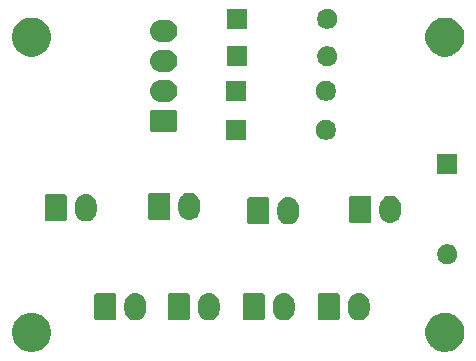
<source format=gbr>
G04 #@! TF.GenerationSoftware,KiCad,Pcbnew,(5.1.5-0-10_14)*
G04 #@! TF.CreationDate,2021-03-15T05:54:21+10:00*
G04 #@! TF.ProjectId,OH - Left Console - 31 - Landing Gear,4f48202d-204c-4656-9674-20436f6e736f,rev?*
G04 #@! TF.SameCoordinates,Original*
G04 #@! TF.FileFunction,Soldermask,Top*
G04 #@! TF.FilePolarity,Negative*
%FSLAX46Y46*%
G04 Gerber Fmt 4.6, Leading zero omitted, Abs format (unit mm)*
G04 Created by KiCad (PCBNEW (5.1.5-0-10_14)) date 2021-03-15 05:54:21*
%MOMM*%
%LPD*%
G04 APERTURE LIST*
%ADD10C,0.100000*%
G04 APERTURE END LIST*
D10*
G36*
X183683256Y-77385298D02*
G01*
X183789579Y-77406447D01*
X184090042Y-77530903D01*
X184360451Y-77711585D01*
X184590415Y-77941549D01*
X184771097Y-78211958D01*
X184895553Y-78512421D01*
X184959000Y-78831391D01*
X184959000Y-79156609D01*
X184895553Y-79475579D01*
X184771097Y-79776042D01*
X184590415Y-80046451D01*
X184360451Y-80276415D01*
X184090042Y-80457097D01*
X183789579Y-80581553D01*
X183683256Y-80602702D01*
X183470611Y-80645000D01*
X183145389Y-80645000D01*
X182932744Y-80602702D01*
X182826421Y-80581553D01*
X182525958Y-80457097D01*
X182255549Y-80276415D01*
X182025585Y-80046451D01*
X181844903Y-79776042D01*
X181720447Y-79475579D01*
X181657000Y-79156609D01*
X181657000Y-78831391D01*
X181720447Y-78512421D01*
X181844903Y-78211958D01*
X182025585Y-77941549D01*
X182255549Y-77711585D01*
X182525958Y-77530903D01*
X182826421Y-77406447D01*
X182932744Y-77385298D01*
X183145389Y-77343000D01*
X183470611Y-77343000D01*
X183683256Y-77385298D01*
G37*
G36*
X148683256Y-77385298D02*
G01*
X148789579Y-77406447D01*
X149090042Y-77530903D01*
X149360451Y-77711585D01*
X149590415Y-77941549D01*
X149771097Y-78211958D01*
X149895553Y-78512421D01*
X149959000Y-78831391D01*
X149959000Y-79156609D01*
X149895553Y-79475579D01*
X149771097Y-79776042D01*
X149590415Y-80046451D01*
X149360451Y-80276415D01*
X149090042Y-80457097D01*
X148789579Y-80581553D01*
X148683256Y-80602702D01*
X148470611Y-80645000D01*
X148145389Y-80645000D01*
X147932744Y-80602702D01*
X147826421Y-80581553D01*
X147525958Y-80457097D01*
X147255549Y-80276415D01*
X147025585Y-80046451D01*
X146844903Y-79776042D01*
X146720447Y-79475579D01*
X146657000Y-79156609D01*
X146657000Y-78831391D01*
X146720447Y-78512421D01*
X146844903Y-78211958D01*
X147025585Y-77941549D01*
X147255549Y-77711585D01*
X147525958Y-77530903D01*
X147826421Y-77406447D01*
X147932744Y-77385298D01*
X148145389Y-77343000D01*
X148470611Y-77343000D01*
X148683256Y-77385298D01*
G37*
G36*
X169852547Y-75697326D02*
G01*
X170026156Y-75749990D01*
X170026158Y-75749991D01*
X170186155Y-75835511D01*
X170326397Y-75950603D01*
X170405729Y-76047271D01*
X170441489Y-76090844D01*
X170527010Y-76250843D01*
X170579674Y-76424452D01*
X170593000Y-76559756D01*
X170593000Y-77110243D01*
X170579674Y-77245548D01*
X170527010Y-77419157D01*
X170441489Y-77579156D01*
X170405729Y-77622729D01*
X170326397Y-77719397D01*
X170229729Y-77798729D01*
X170186156Y-77834489D01*
X170026157Y-77920010D01*
X169852548Y-77972674D01*
X169672000Y-77990456D01*
X169491453Y-77972674D01*
X169317844Y-77920010D01*
X169157845Y-77834489D01*
X169114272Y-77798729D01*
X169017604Y-77719397D01*
X168902513Y-77579157D01*
X168902512Y-77579155D01*
X168816990Y-77419157D01*
X168764326Y-77245548D01*
X168751000Y-77110244D01*
X168751000Y-76559757D01*
X168764326Y-76424453D01*
X168816990Y-76250844D01*
X168902511Y-76090845D01*
X168902512Y-76090844D01*
X169017603Y-75950603D01*
X169143388Y-75847375D01*
X169157844Y-75835511D01*
X169317843Y-75749990D01*
X169491452Y-75697326D01*
X169672000Y-75679544D01*
X169852547Y-75697326D01*
G37*
G36*
X176202547Y-75697326D02*
G01*
X176376156Y-75749990D01*
X176376158Y-75749991D01*
X176536155Y-75835511D01*
X176676397Y-75950603D01*
X176755729Y-76047271D01*
X176791489Y-76090844D01*
X176877010Y-76250843D01*
X176929674Y-76424452D01*
X176943000Y-76559756D01*
X176943000Y-77110243D01*
X176929674Y-77245548D01*
X176877010Y-77419157D01*
X176791489Y-77579156D01*
X176755729Y-77622729D01*
X176676397Y-77719397D01*
X176579729Y-77798729D01*
X176536156Y-77834489D01*
X176376157Y-77920010D01*
X176202548Y-77972674D01*
X176022000Y-77990456D01*
X175841453Y-77972674D01*
X175667844Y-77920010D01*
X175507845Y-77834489D01*
X175464272Y-77798729D01*
X175367604Y-77719397D01*
X175252513Y-77579157D01*
X175252512Y-77579155D01*
X175166990Y-77419157D01*
X175114326Y-77245548D01*
X175101000Y-77110244D01*
X175101000Y-76559757D01*
X175114326Y-76424453D01*
X175166990Y-76250844D01*
X175252511Y-76090845D01*
X175252512Y-76090844D01*
X175367603Y-75950603D01*
X175493388Y-75847375D01*
X175507844Y-75835511D01*
X175667843Y-75749990D01*
X175841452Y-75697326D01*
X176022000Y-75679544D01*
X176202547Y-75697326D01*
G37*
G36*
X163502547Y-75697326D02*
G01*
X163676156Y-75749990D01*
X163676158Y-75749991D01*
X163836155Y-75835511D01*
X163976397Y-75950603D01*
X164055729Y-76047271D01*
X164091489Y-76090844D01*
X164177010Y-76250843D01*
X164229674Y-76424452D01*
X164243000Y-76559756D01*
X164243000Y-77110243D01*
X164229674Y-77245548D01*
X164177010Y-77419157D01*
X164091489Y-77579156D01*
X164055729Y-77622729D01*
X163976397Y-77719397D01*
X163879729Y-77798729D01*
X163836156Y-77834489D01*
X163676157Y-77920010D01*
X163502548Y-77972674D01*
X163322000Y-77990456D01*
X163141453Y-77972674D01*
X162967844Y-77920010D01*
X162807845Y-77834489D01*
X162764272Y-77798729D01*
X162667604Y-77719397D01*
X162552513Y-77579157D01*
X162552512Y-77579155D01*
X162466990Y-77419157D01*
X162414326Y-77245548D01*
X162401000Y-77110244D01*
X162401000Y-76559757D01*
X162414326Y-76424453D01*
X162466990Y-76250844D01*
X162552511Y-76090845D01*
X162552512Y-76090844D01*
X162667603Y-75950603D01*
X162793388Y-75847375D01*
X162807844Y-75835511D01*
X162967843Y-75749990D01*
X163141452Y-75697326D01*
X163322000Y-75679544D01*
X163502547Y-75697326D01*
G37*
G36*
X157279547Y-75697326D02*
G01*
X157453156Y-75749990D01*
X157453158Y-75749991D01*
X157613155Y-75835511D01*
X157753397Y-75950603D01*
X157832729Y-76047271D01*
X157868489Y-76090844D01*
X157954010Y-76250843D01*
X158006674Y-76424452D01*
X158020000Y-76559756D01*
X158020000Y-77110243D01*
X158006674Y-77245548D01*
X157954010Y-77419157D01*
X157868489Y-77579156D01*
X157832729Y-77622729D01*
X157753397Y-77719397D01*
X157656729Y-77798729D01*
X157613156Y-77834489D01*
X157453157Y-77920010D01*
X157279548Y-77972674D01*
X157099000Y-77990456D01*
X156918453Y-77972674D01*
X156744844Y-77920010D01*
X156584845Y-77834489D01*
X156541272Y-77798729D01*
X156444604Y-77719397D01*
X156329513Y-77579157D01*
X156329512Y-77579155D01*
X156243990Y-77419157D01*
X156191326Y-77245548D01*
X156178000Y-77110244D01*
X156178000Y-76559757D01*
X156191326Y-76424453D01*
X156243990Y-76250844D01*
X156329511Y-76090845D01*
X156329512Y-76090844D01*
X156444603Y-75950603D01*
X156570388Y-75847375D01*
X156584844Y-75835511D01*
X156744843Y-75749990D01*
X156918452Y-75697326D01*
X157099000Y-75679544D01*
X157279547Y-75697326D01*
G37*
G36*
X155338561Y-75687966D02*
G01*
X155371383Y-75697923D01*
X155401632Y-75714092D01*
X155428148Y-75735852D01*
X155449908Y-75762368D01*
X155466077Y-75792617D01*
X155476034Y-75825439D01*
X155480000Y-75865713D01*
X155480000Y-77804287D01*
X155476034Y-77844561D01*
X155466077Y-77877383D01*
X155449908Y-77907632D01*
X155428148Y-77934148D01*
X155401632Y-77955908D01*
X155371383Y-77972077D01*
X155338561Y-77982034D01*
X155298287Y-77986000D01*
X153819713Y-77986000D01*
X153779439Y-77982034D01*
X153746617Y-77972077D01*
X153716368Y-77955908D01*
X153689852Y-77934148D01*
X153668092Y-77907632D01*
X153651923Y-77877383D01*
X153641966Y-77844561D01*
X153638000Y-77804287D01*
X153638000Y-75865713D01*
X153641966Y-75825439D01*
X153651923Y-75792617D01*
X153668092Y-75762368D01*
X153689852Y-75735852D01*
X153716368Y-75714092D01*
X153746617Y-75697923D01*
X153779439Y-75687966D01*
X153819713Y-75684000D01*
X155298287Y-75684000D01*
X155338561Y-75687966D01*
G37*
G36*
X167911561Y-75687966D02*
G01*
X167944383Y-75697923D01*
X167974632Y-75714092D01*
X168001148Y-75735852D01*
X168022908Y-75762368D01*
X168039077Y-75792617D01*
X168049034Y-75825439D01*
X168053000Y-75865713D01*
X168053000Y-77804287D01*
X168049034Y-77844561D01*
X168039077Y-77877383D01*
X168022908Y-77907632D01*
X168001148Y-77934148D01*
X167974632Y-77955908D01*
X167944383Y-77972077D01*
X167911561Y-77982034D01*
X167871287Y-77986000D01*
X166392713Y-77986000D01*
X166352439Y-77982034D01*
X166319617Y-77972077D01*
X166289368Y-77955908D01*
X166262852Y-77934148D01*
X166241092Y-77907632D01*
X166224923Y-77877383D01*
X166214966Y-77844561D01*
X166211000Y-77804287D01*
X166211000Y-75865713D01*
X166214966Y-75825439D01*
X166224923Y-75792617D01*
X166241092Y-75762368D01*
X166262852Y-75735852D01*
X166289368Y-75714092D01*
X166319617Y-75697923D01*
X166352439Y-75687966D01*
X166392713Y-75684000D01*
X167871287Y-75684000D01*
X167911561Y-75687966D01*
G37*
G36*
X161561561Y-75687966D02*
G01*
X161594383Y-75697923D01*
X161624632Y-75714092D01*
X161651148Y-75735852D01*
X161672908Y-75762368D01*
X161689077Y-75792617D01*
X161699034Y-75825439D01*
X161703000Y-75865713D01*
X161703000Y-77804287D01*
X161699034Y-77844561D01*
X161689077Y-77877383D01*
X161672908Y-77907632D01*
X161651148Y-77934148D01*
X161624632Y-77955908D01*
X161594383Y-77972077D01*
X161561561Y-77982034D01*
X161521287Y-77986000D01*
X160042713Y-77986000D01*
X160002439Y-77982034D01*
X159969617Y-77972077D01*
X159939368Y-77955908D01*
X159912852Y-77934148D01*
X159891092Y-77907632D01*
X159874923Y-77877383D01*
X159864966Y-77844561D01*
X159861000Y-77804287D01*
X159861000Y-75865713D01*
X159864966Y-75825439D01*
X159874923Y-75792617D01*
X159891092Y-75762368D01*
X159912852Y-75735852D01*
X159939368Y-75714092D01*
X159969617Y-75697923D01*
X160002439Y-75687966D01*
X160042713Y-75684000D01*
X161521287Y-75684000D01*
X161561561Y-75687966D01*
G37*
G36*
X174261561Y-75687966D02*
G01*
X174294383Y-75697923D01*
X174324632Y-75714092D01*
X174351148Y-75735852D01*
X174372908Y-75762368D01*
X174389077Y-75792617D01*
X174399034Y-75825439D01*
X174403000Y-75865713D01*
X174403000Y-77804287D01*
X174399034Y-77844561D01*
X174389077Y-77877383D01*
X174372908Y-77907632D01*
X174351148Y-77934148D01*
X174324632Y-77955908D01*
X174294383Y-77972077D01*
X174261561Y-77982034D01*
X174221287Y-77986000D01*
X172742713Y-77986000D01*
X172702439Y-77982034D01*
X172669617Y-77972077D01*
X172639368Y-77955908D01*
X172612852Y-77934148D01*
X172591092Y-77907632D01*
X172574923Y-77877383D01*
X172564966Y-77844561D01*
X172561000Y-77804287D01*
X172561000Y-75865713D01*
X172564966Y-75825439D01*
X172574923Y-75792617D01*
X172591092Y-75762368D01*
X172612852Y-75735852D01*
X172639368Y-75714092D01*
X172669617Y-75697923D01*
X172702439Y-75687966D01*
X172742713Y-75684000D01*
X174221287Y-75684000D01*
X174261561Y-75687966D01*
G37*
G36*
X183763228Y-71571703D02*
G01*
X183918100Y-71635853D01*
X184057481Y-71728985D01*
X184176015Y-71847519D01*
X184269147Y-71986900D01*
X184333297Y-72141772D01*
X184366000Y-72306184D01*
X184366000Y-72473816D01*
X184333297Y-72638228D01*
X184269147Y-72793100D01*
X184176015Y-72932481D01*
X184057481Y-73051015D01*
X183918100Y-73144147D01*
X183763228Y-73208297D01*
X183598816Y-73241000D01*
X183431184Y-73241000D01*
X183266772Y-73208297D01*
X183111900Y-73144147D01*
X182972519Y-73051015D01*
X182853985Y-72932481D01*
X182760853Y-72793100D01*
X182696703Y-72638228D01*
X182664000Y-72473816D01*
X182664000Y-72306184D01*
X182696703Y-72141772D01*
X182760853Y-71986900D01*
X182853985Y-71847519D01*
X182972519Y-71728985D01*
X183111900Y-71635853D01*
X183266772Y-71571703D01*
X183431184Y-71539000D01*
X183598816Y-71539000D01*
X183763228Y-71571703D01*
G37*
G36*
X170233547Y-67569326D02*
G01*
X170407156Y-67621990D01*
X170407158Y-67621991D01*
X170567155Y-67707511D01*
X170707397Y-67822603D01*
X170745345Y-67868844D01*
X170822489Y-67962844D01*
X170908010Y-68122843D01*
X170960674Y-68296452D01*
X170974000Y-68431756D01*
X170974000Y-68982243D01*
X170960674Y-69117548D01*
X170908010Y-69291157D01*
X170822489Y-69451156D01*
X170805452Y-69471915D01*
X170707397Y-69591397D01*
X170631741Y-69653485D01*
X170567156Y-69706489D01*
X170407157Y-69792010D01*
X170233548Y-69844674D01*
X170053000Y-69862456D01*
X169872453Y-69844674D01*
X169698844Y-69792010D01*
X169538845Y-69706489D01*
X169474260Y-69653485D01*
X169398604Y-69591397D01*
X169283513Y-69451157D01*
X169283512Y-69451155D01*
X169197990Y-69291157D01*
X169145326Y-69117548D01*
X169132818Y-68990546D01*
X169132000Y-68982245D01*
X169132000Y-68431756D01*
X169144508Y-68304756D01*
X169145326Y-68296453D01*
X169197990Y-68122844D01*
X169283511Y-67962845D01*
X169283512Y-67962844D01*
X169398603Y-67822603D01*
X169495271Y-67743271D01*
X169538844Y-67707511D01*
X169698843Y-67621990D01*
X169872452Y-67569326D01*
X170053000Y-67551544D01*
X170233547Y-67569326D01*
G37*
G36*
X168292561Y-67559966D02*
G01*
X168325383Y-67569923D01*
X168355632Y-67586092D01*
X168382148Y-67607852D01*
X168403908Y-67634368D01*
X168420077Y-67664617D01*
X168430034Y-67697439D01*
X168434000Y-67737713D01*
X168434000Y-69676287D01*
X168430034Y-69716561D01*
X168420077Y-69749383D01*
X168403908Y-69779632D01*
X168382148Y-69806148D01*
X168355632Y-69827908D01*
X168325383Y-69844077D01*
X168292561Y-69854034D01*
X168252287Y-69858000D01*
X166773713Y-69858000D01*
X166733439Y-69854034D01*
X166700617Y-69844077D01*
X166670368Y-69827908D01*
X166643852Y-69806148D01*
X166622092Y-69779632D01*
X166605923Y-69749383D01*
X166595966Y-69716561D01*
X166592000Y-69676287D01*
X166592000Y-67737713D01*
X166595966Y-67697439D01*
X166605923Y-67664617D01*
X166622092Y-67634368D01*
X166643852Y-67607852D01*
X166670368Y-67586092D01*
X166700617Y-67569923D01*
X166733439Y-67559966D01*
X166773713Y-67556000D01*
X168252287Y-67556000D01*
X168292561Y-67559966D01*
G37*
G36*
X178869547Y-67442326D02*
G01*
X179043156Y-67494990D01*
X179043158Y-67494991D01*
X179203155Y-67580511D01*
X179343397Y-67695603D01*
X179381345Y-67741844D01*
X179458489Y-67835844D01*
X179544010Y-67995843D01*
X179596674Y-68169452D01*
X179596674Y-68169454D01*
X179609183Y-68296455D01*
X179610000Y-68304756D01*
X179610000Y-68855243D01*
X179596674Y-68990548D01*
X179544010Y-69164157D01*
X179458489Y-69324156D01*
X179429581Y-69359380D01*
X179343397Y-69464397D01*
X179267741Y-69526485D01*
X179203156Y-69579489D01*
X179043157Y-69665010D01*
X178869548Y-69717674D01*
X178689000Y-69735456D01*
X178508453Y-69717674D01*
X178334844Y-69665010D01*
X178174845Y-69579489D01*
X178110260Y-69526485D01*
X178034604Y-69464397D01*
X177919513Y-69324157D01*
X177919512Y-69324155D01*
X177833990Y-69164157D01*
X177781326Y-68990548D01*
X177768818Y-68863546D01*
X177768000Y-68855245D01*
X177768000Y-68304756D01*
X177780508Y-68177756D01*
X177781326Y-68169453D01*
X177833990Y-67995844D01*
X177919511Y-67835845D01*
X177919512Y-67835844D01*
X178034603Y-67695603D01*
X178141529Y-67607852D01*
X178174844Y-67580511D01*
X178334843Y-67494990D01*
X178508452Y-67442326D01*
X178689000Y-67424544D01*
X178869547Y-67442326D01*
G37*
G36*
X176928561Y-67432966D02*
G01*
X176961383Y-67442923D01*
X176991632Y-67459092D01*
X177018148Y-67480852D01*
X177039908Y-67507368D01*
X177056077Y-67537617D01*
X177066034Y-67570439D01*
X177070000Y-67610713D01*
X177070000Y-69549287D01*
X177066034Y-69589561D01*
X177056077Y-69622383D01*
X177039908Y-69652632D01*
X177018148Y-69679148D01*
X176991632Y-69700908D01*
X176961383Y-69717077D01*
X176928561Y-69727034D01*
X176888287Y-69731000D01*
X175409713Y-69731000D01*
X175369439Y-69727034D01*
X175336617Y-69717077D01*
X175306368Y-69700908D01*
X175279852Y-69679148D01*
X175258092Y-69652632D01*
X175241923Y-69622383D01*
X175231966Y-69589561D01*
X175228000Y-69549287D01*
X175228000Y-67610713D01*
X175231966Y-67570439D01*
X175241923Y-67537617D01*
X175258092Y-67507368D01*
X175279852Y-67480852D01*
X175306368Y-67459092D01*
X175336617Y-67442923D01*
X175369439Y-67432966D01*
X175409713Y-67429000D01*
X176888287Y-67429000D01*
X176928561Y-67432966D01*
G37*
G36*
X153088547Y-67315326D02*
G01*
X153262156Y-67367990D01*
X153262158Y-67367991D01*
X153422155Y-67453511D01*
X153562397Y-67568603D01*
X153615668Y-67633515D01*
X153677489Y-67708844D01*
X153763010Y-67868843D01*
X153815674Y-68042452D01*
X153815674Y-68042454D01*
X153828183Y-68169455D01*
X153829000Y-68177756D01*
X153829000Y-68728243D01*
X153815674Y-68863548D01*
X153763010Y-69037157D01*
X153677489Y-69197156D01*
X153641729Y-69240729D01*
X153562397Y-69337397D01*
X153486741Y-69399485D01*
X153422156Y-69452489D01*
X153262157Y-69538010D01*
X153088548Y-69590674D01*
X152908000Y-69608456D01*
X152727453Y-69590674D01*
X152553844Y-69538010D01*
X152393845Y-69452489D01*
X152329260Y-69399485D01*
X152253604Y-69337397D01*
X152138513Y-69197157D01*
X152138512Y-69197155D01*
X152052990Y-69037157D01*
X152000326Y-68863548D01*
X151987818Y-68736546D01*
X151987000Y-68728245D01*
X151987000Y-68177756D01*
X151999508Y-68050756D01*
X152000326Y-68042453D01*
X152052990Y-67868844D01*
X152138511Y-67708845D01*
X152147872Y-67697439D01*
X152253603Y-67568603D01*
X152360529Y-67480852D01*
X152393844Y-67453511D01*
X152553843Y-67367990D01*
X152727452Y-67315326D01*
X152908000Y-67297544D01*
X153088547Y-67315326D01*
G37*
G36*
X151147561Y-67305966D02*
G01*
X151180383Y-67315923D01*
X151210632Y-67332092D01*
X151237148Y-67353852D01*
X151258908Y-67380368D01*
X151275077Y-67410617D01*
X151285034Y-67443439D01*
X151289000Y-67483713D01*
X151289000Y-69422287D01*
X151285034Y-69462561D01*
X151275077Y-69495383D01*
X151258908Y-69525632D01*
X151237148Y-69552148D01*
X151210632Y-69573908D01*
X151180383Y-69590077D01*
X151147561Y-69600034D01*
X151107287Y-69604000D01*
X149628713Y-69604000D01*
X149588439Y-69600034D01*
X149555617Y-69590077D01*
X149525368Y-69573908D01*
X149498852Y-69552148D01*
X149477092Y-69525632D01*
X149460923Y-69495383D01*
X149450966Y-69462561D01*
X149447000Y-69422287D01*
X149447000Y-67483713D01*
X149450966Y-67443439D01*
X149460923Y-67410617D01*
X149477092Y-67380368D01*
X149498852Y-67353852D01*
X149525368Y-67332092D01*
X149555617Y-67315923D01*
X149588439Y-67305966D01*
X149628713Y-67302000D01*
X151107287Y-67302000D01*
X151147561Y-67305966D01*
G37*
G36*
X161851547Y-67188326D02*
G01*
X162025156Y-67240990D01*
X162025158Y-67240991D01*
X162185155Y-67326511D01*
X162325397Y-67441603D01*
X162378668Y-67506515D01*
X162440489Y-67581844D01*
X162501294Y-67695603D01*
X162523803Y-67737713D01*
X162526010Y-67741843D01*
X162578674Y-67915452D01*
X162578674Y-67915454D01*
X162591183Y-68042455D01*
X162592000Y-68050756D01*
X162592000Y-68601243D01*
X162578674Y-68736548D01*
X162526010Y-68910157D01*
X162440489Y-69070156D01*
X162404729Y-69113729D01*
X162325397Y-69210397D01*
X162228729Y-69289729D01*
X162185156Y-69325489D01*
X162025157Y-69411010D01*
X161851548Y-69463674D01*
X161671000Y-69481456D01*
X161490453Y-69463674D01*
X161316844Y-69411010D01*
X161156845Y-69325489D01*
X161113272Y-69289729D01*
X161016604Y-69210397D01*
X160901513Y-69070157D01*
X160901512Y-69070155D01*
X160815990Y-68910157D01*
X160763326Y-68736548D01*
X160750000Y-68601244D01*
X160750000Y-68050757D01*
X160763326Y-67915453D01*
X160815990Y-67741844D01*
X160901511Y-67581845D01*
X160911785Y-67569326D01*
X161016603Y-67441603D01*
X161123529Y-67353852D01*
X161156844Y-67326511D01*
X161316843Y-67240990D01*
X161490452Y-67188326D01*
X161671000Y-67170544D01*
X161851547Y-67188326D01*
G37*
G36*
X159910561Y-67178966D02*
G01*
X159943383Y-67188923D01*
X159973632Y-67205092D01*
X160000148Y-67226852D01*
X160021908Y-67253368D01*
X160038077Y-67283617D01*
X160048034Y-67316439D01*
X160052000Y-67356713D01*
X160052000Y-69295287D01*
X160048034Y-69335561D01*
X160038077Y-69368383D01*
X160021908Y-69398632D01*
X160000148Y-69425148D01*
X159973632Y-69446908D01*
X159943383Y-69463077D01*
X159910561Y-69473034D01*
X159870287Y-69477000D01*
X158391713Y-69477000D01*
X158351439Y-69473034D01*
X158318617Y-69463077D01*
X158288368Y-69446908D01*
X158261852Y-69425148D01*
X158240092Y-69398632D01*
X158223923Y-69368383D01*
X158213966Y-69335561D01*
X158210000Y-69295287D01*
X158210000Y-67356713D01*
X158213966Y-67316439D01*
X158223923Y-67283617D01*
X158240092Y-67253368D01*
X158261852Y-67226852D01*
X158288368Y-67205092D01*
X158318617Y-67188923D01*
X158351439Y-67178966D01*
X158391713Y-67175000D01*
X159870287Y-67175000D01*
X159910561Y-67178966D01*
G37*
G36*
X184366000Y-65621000D02*
G01*
X182664000Y-65621000D01*
X182664000Y-63919000D01*
X184366000Y-63919000D01*
X184366000Y-65621000D01*
G37*
G36*
X166459000Y-62700000D02*
G01*
X164757000Y-62700000D01*
X164757000Y-60998000D01*
X166459000Y-60998000D01*
X166459000Y-62700000D01*
G37*
G36*
X173476228Y-61030703D02*
G01*
X173631100Y-61094853D01*
X173770481Y-61187985D01*
X173889015Y-61306519D01*
X173982147Y-61445900D01*
X174046297Y-61600772D01*
X174079000Y-61765184D01*
X174079000Y-61932816D01*
X174046297Y-62097228D01*
X173982147Y-62252100D01*
X173889015Y-62391481D01*
X173770481Y-62510015D01*
X173631100Y-62603147D01*
X173476228Y-62667297D01*
X173311816Y-62700000D01*
X173144184Y-62700000D01*
X172979772Y-62667297D01*
X172824900Y-62603147D01*
X172685519Y-62510015D01*
X172566985Y-62391481D01*
X172473853Y-62252100D01*
X172409703Y-62097228D01*
X172377000Y-61932816D01*
X172377000Y-61765184D01*
X172409703Y-61600772D01*
X172473853Y-61445900D01*
X172566985Y-61306519D01*
X172685519Y-61187985D01*
X172824900Y-61094853D01*
X172979772Y-61030703D01*
X173144184Y-60998000D01*
X173311816Y-60998000D01*
X173476228Y-61030703D01*
G37*
G36*
X160521561Y-60169966D02*
G01*
X160554383Y-60179923D01*
X160584632Y-60196092D01*
X160611148Y-60217852D01*
X160632908Y-60244368D01*
X160649077Y-60274617D01*
X160659034Y-60307439D01*
X160663000Y-60347713D01*
X160663000Y-61826287D01*
X160659034Y-61866561D01*
X160649077Y-61899383D01*
X160632908Y-61929632D01*
X160611148Y-61956148D01*
X160584632Y-61977908D01*
X160554383Y-61994077D01*
X160521561Y-62004034D01*
X160481287Y-62008000D01*
X158542713Y-62008000D01*
X158502439Y-62004034D01*
X158469617Y-61994077D01*
X158439368Y-61977908D01*
X158412852Y-61956148D01*
X158391092Y-61929632D01*
X158374923Y-61899383D01*
X158364966Y-61866561D01*
X158361000Y-61826287D01*
X158361000Y-60347713D01*
X158364966Y-60307439D01*
X158374923Y-60274617D01*
X158391092Y-60244368D01*
X158412852Y-60217852D01*
X158439368Y-60196092D01*
X158469617Y-60179923D01*
X158502439Y-60169966D01*
X158542713Y-60166000D01*
X160481287Y-60166000D01*
X160521561Y-60169966D01*
G37*
G36*
X159832345Y-57630442D02*
G01*
X159922548Y-57639326D01*
X160096157Y-57691990D01*
X160256156Y-57777511D01*
X160274850Y-57792853D01*
X160396397Y-57892603D01*
X160475729Y-57989271D01*
X160511489Y-58032844D01*
X160597010Y-58192843D01*
X160649674Y-58366452D01*
X160667456Y-58547000D01*
X160649674Y-58727548D01*
X160597010Y-58901157D01*
X160511489Y-59061156D01*
X160488244Y-59089480D01*
X160396397Y-59201397D01*
X160299729Y-59280729D01*
X160256156Y-59316489D01*
X160096157Y-59402010D01*
X159922548Y-59454674D01*
X159832345Y-59463558D01*
X159787245Y-59468000D01*
X159236755Y-59468000D01*
X159191655Y-59463558D01*
X159101452Y-59454674D01*
X158927843Y-59402010D01*
X158767844Y-59316489D01*
X158724271Y-59280729D01*
X158627603Y-59201397D01*
X158535756Y-59089480D01*
X158512511Y-59061156D01*
X158426990Y-58901157D01*
X158374326Y-58727548D01*
X158356544Y-58547000D01*
X158374326Y-58366452D01*
X158426990Y-58192843D01*
X158512511Y-58032844D01*
X158548271Y-57989271D01*
X158627603Y-57892603D01*
X158749150Y-57792853D01*
X158767844Y-57777511D01*
X158927843Y-57691990D01*
X159101452Y-57639326D01*
X159191655Y-57630442D01*
X159236755Y-57626000D01*
X159787245Y-57626000D01*
X159832345Y-57630442D01*
G37*
G36*
X173476228Y-57728703D02*
G01*
X173631100Y-57792853D01*
X173770481Y-57885985D01*
X173889015Y-58004519D01*
X173982147Y-58143900D01*
X174046297Y-58298772D01*
X174079000Y-58463184D01*
X174079000Y-58630816D01*
X174046297Y-58795228D01*
X173982147Y-58950100D01*
X173889015Y-59089481D01*
X173770481Y-59208015D01*
X173631100Y-59301147D01*
X173476228Y-59365297D01*
X173311816Y-59398000D01*
X173144184Y-59398000D01*
X172979772Y-59365297D01*
X172824900Y-59301147D01*
X172685519Y-59208015D01*
X172566985Y-59089481D01*
X172473853Y-58950100D01*
X172409703Y-58795228D01*
X172377000Y-58630816D01*
X172377000Y-58463184D01*
X172409703Y-58298772D01*
X172473853Y-58143900D01*
X172566985Y-58004519D01*
X172685519Y-57885985D01*
X172824900Y-57792853D01*
X172979772Y-57728703D01*
X173144184Y-57696000D01*
X173311816Y-57696000D01*
X173476228Y-57728703D01*
G37*
G36*
X166459000Y-59398000D02*
G01*
X164757000Y-59398000D01*
X164757000Y-57696000D01*
X166459000Y-57696000D01*
X166459000Y-59398000D01*
G37*
G36*
X159832345Y-55090442D02*
G01*
X159922548Y-55099326D01*
X160096157Y-55151990D01*
X160256156Y-55237511D01*
X160299729Y-55273271D01*
X160396397Y-55352603D01*
X160475729Y-55449271D01*
X160511489Y-55492844D01*
X160597010Y-55652843D01*
X160649674Y-55826452D01*
X160667456Y-56007000D01*
X160649674Y-56187548D01*
X160597010Y-56361157D01*
X160511489Y-56521156D01*
X160475729Y-56564729D01*
X160396397Y-56661397D01*
X160299729Y-56740729D01*
X160256156Y-56776489D01*
X160096157Y-56862010D01*
X159922548Y-56914674D01*
X159832345Y-56923558D01*
X159787245Y-56928000D01*
X159236755Y-56928000D01*
X159191655Y-56923558D01*
X159101452Y-56914674D01*
X158927843Y-56862010D01*
X158767844Y-56776489D01*
X158724271Y-56740729D01*
X158627603Y-56661397D01*
X158548271Y-56564729D01*
X158512511Y-56521156D01*
X158426990Y-56361157D01*
X158374326Y-56187548D01*
X158356544Y-56007000D01*
X158374326Y-55826452D01*
X158426990Y-55652843D01*
X158512511Y-55492844D01*
X158548271Y-55449271D01*
X158627603Y-55352603D01*
X158724271Y-55273271D01*
X158767844Y-55237511D01*
X158927843Y-55151990D01*
X159101452Y-55099326D01*
X159191655Y-55090442D01*
X159236755Y-55086000D01*
X159787245Y-55086000D01*
X159832345Y-55090442D01*
G37*
G36*
X173603228Y-54807703D02*
G01*
X173758100Y-54871853D01*
X173897481Y-54964985D01*
X174016015Y-55083519D01*
X174109147Y-55222900D01*
X174173297Y-55377772D01*
X174206000Y-55542184D01*
X174206000Y-55709816D01*
X174173297Y-55874228D01*
X174109147Y-56029100D01*
X174016015Y-56168481D01*
X173897481Y-56287015D01*
X173758100Y-56380147D01*
X173603228Y-56444297D01*
X173438816Y-56477000D01*
X173271184Y-56477000D01*
X173106772Y-56444297D01*
X172951900Y-56380147D01*
X172812519Y-56287015D01*
X172693985Y-56168481D01*
X172600853Y-56029100D01*
X172536703Y-55874228D01*
X172504000Y-55709816D01*
X172504000Y-55542184D01*
X172536703Y-55377772D01*
X172600853Y-55222900D01*
X172693985Y-55083519D01*
X172812519Y-54964985D01*
X172951900Y-54871853D01*
X173106772Y-54807703D01*
X173271184Y-54775000D01*
X173438816Y-54775000D01*
X173603228Y-54807703D01*
G37*
G36*
X166586000Y-56477000D02*
G01*
X164884000Y-56477000D01*
X164884000Y-54775000D01*
X166586000Y-54775000D01*
X166586000Y-56477000D01*
G37*
G36*
X148683256Y-52385298D02*
G01*
X148789579Y-52406447D01*
X149090042Y-52530903D01*
X149360451Y-52711585D01*
X149590415Y-52941549D01*
X149771097Y-53211958D01*
X149771098Y-53211960D01*
X149895553Y-53512422D01*
X149956965Y-53821157D01*
X149959000Y-53831391D01*
X149959000Y-54156609D01*
X149895553Y-54475579D01*
X149771097Y-54776042D01*
X149590415Y-55046451D01*
X149360451Y-55276415D01*
X149090042Y-55457097D01*
X148789579Y-55581553D01*
X148683256Y-55602702D01*
X148470611Y-55645000D01*
X148145389Y-55645000D01*
X147932744Y-55602702D01*
X147826421Y-55581553D01*
X147525958Y-55457097D01*
X147255549Y-55276415D01*
X147025585Y-55046451D01*
X146844903Y-54776042D01*
X146720447Y-54475579D01*
X146657000Y-54156609D01*
X146657000Y-53831391D01*
X146659036Y-53821157D01*
X146720447Y-53512422D01*
X146844902Y-53211960D01*
X146844903Y-53211958D01*
X147025585Y-52941549D01*
X147255549Y-52711585D01*
X147525958Y-52530903D01*
X147826421Y-52406447D01*
X147932744Y-52385298D01*
X148145389Y-52343000D01*
X148470611Y-52343000D01*
X148683256Y-52385298D01*
G37*
G36*
X183683256Y-52385298D02*
G01*
X183789579Y-52406447D01*
X184090042Y-52530903D01*
X184360451Y-52711585D01*
X184590415Y-52941549D01*
X184771097Y-53211958D01*
X184771098Y-53211960D01*
X184895553Y-53512422D01*
X184956965Y-53821157D01*
X184959000Y-53831391D01*
X184959000Y-54156609D01*
X184895553Y-54475579D01*
X184771097Y-54776042D01*
X184590415Y-55046451D01*
X184360451Y-55276415D01*
X184090042Y-55457097D01*
X183789579Y-55581553D01*
X183683256Y-55602702D01*
X183470611Y-55645000D01*
X183145389Y-55645000D01*
X182932744Y-55602702D01*
X182826421Y-55581553D01*
X182525958Y-55457097D01*
X182255549Y-55276415D01*
X182025585Y-55046451D01*
X181844903Y-54776042D01*
X181720447Y-54475579D01*
X181657000Y-54156609D01*
X181657000Y-53831391D01*
X181659036Y-53821157D01*
X181720447Y-53512422D01*
X181844902Y-53211960D01*
X181844903Y-53211958D01*
X182025585Y-52941549D01*
X182255549Y-52711585D01*
X182525958Y-52530903D01*
X182826421Y-52406447D01*
X182932744Y-52385298D01*
X183145389Y-52343000D01*
X183470611Y-52343000D01*
X183683256Y-52385298D01*
G37*
G36*
X159832345Y-52550442D02*
G01*
X159922548Y-52559326D01*
X160096157Y-52611990D01*
X160256156Y-52697511D01*
X160299729Y-52733271D01*
X160396397Y-52812603D01*
X160475729Y-52909271D01*
X160511489Y-52952844D01*
X160597010Y-53112843D01*
X160649674Y-53286452D01*
X160667456Y-53467000D01*
X160649674Y-53647548D01*
X160597010Y-53821157D01*
X160511489Y-53981156D01*
X160475729Y-54024729D01*
X160396397Y-54121397D01*
X160299729Y-54200729D01*
X160256156Y-54236489D01*
X160096157Y-54322010D01*
X159922548Y-54374674D01*
X159832345Y-54383558D01*
X159787245Y-54388000D01*
X159236755Y-54388000D01*
X159191655Y-54383558D01*
X159101452Y-54374674D01*
X158927843Y-54322010D01*
X158767844Y-54236489D01*
X158724271Y-54200729D01*
X158627603Y-54121397D01*
X158548271Y-54024729D01*
X158512511Y-53981156D01*
X158426990Y-53821157D01*
X158374326Y-53647548D01*
X158356544Y-53467000D01*
X158374326Y-53286452D01*
X158426990Y-53112843D01*
X158512511Y-52952844D01*
X158548271Y-52909271D01*
X158627603Y-52812603D01*
X158724271Y-52733271D01*
X158767844Y-52697511D01*
X158927843Y-52611990D01*
X159101452Y-52559326D01*
X159191655Y-52550442D01*
X159236755Y-52546000D01*
X159787245Y-52546000D01*
X159832345Y-52550442D01*
G37*
G36*
X166586000Y-53302000D02*
G01*
X164884000Y-53302000D01*
X164884000Y-51600000D01*
X166586000Y-51600000D01*
X166586000Y-53302000D01*
G37*
G36*
X173603228Y-51632703D02*
G01*
X173758100Y-51696853D01*
X173897481Y-51789985D01*
X174016015Y-51908519D01*
X174109147Y-52047900D01*
X174173297Y-52202772D01*
X174206000Y-52367184D01*
X174206000Y-52534816D01*
X174173297Y-52699228D01*
X174109147Y-52854100D01*
X174016015Y-52993481D01*
X173897481Y-53112015D01*
X173758100Y-53205147D01*
X173603228Y-53269297D01*
X173438816Y-53302000D01*
X173271184Y-53302000D01*
X173106772Y-53269297D01*
X172951900Y-53205147D01*
X172812519Y-53112015D01*
X172693985Y-52993481D01*
X172600853Y-52854100D01*
X172536703Y-52699228D01*
X172504000Y-52534816D01*
X172504000Y-52367184D01*
X172536703Y-52202772D01*
X172600853Y-52047900D01*
X172693985Y-51908519D01*
X172812519Y-51789985D01*
X172951900Y-51696853D01*
X173106772Y-51632703D01*
X173271184Y-51600000D01*
X173438816Y-51600000D01*
X173603228Y-51632703D01*
G37*
M02*

</source>
